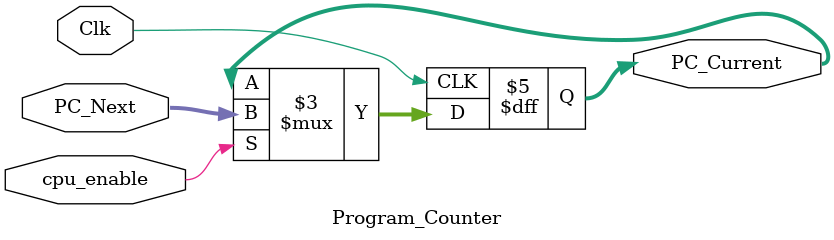
<source format=v>
`timescale 1ns / 1ps


module Program_Counter(
    input Clk,
    input [31:0] PC_Next,
    output reg [31:0] PC_Current,
    input cpu_enable
    );
    
    initial PC_Current = 32'd0;
    always @(posedge Clk) begin
    if (cpu_enable)
        PC_Current <= PC_Next;
        end

endmodule

</source>
